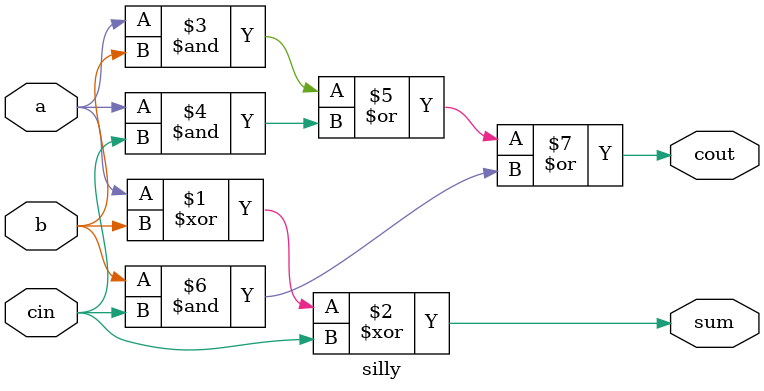
<source format=sv>
module silly (input  logic a, b, cin, 
              output logic sum, cout);
   
  assign sum = a ^ b ^ cin;
  assign cout = a & b | a & cin | b & cin;
   
endmodule

</source>
